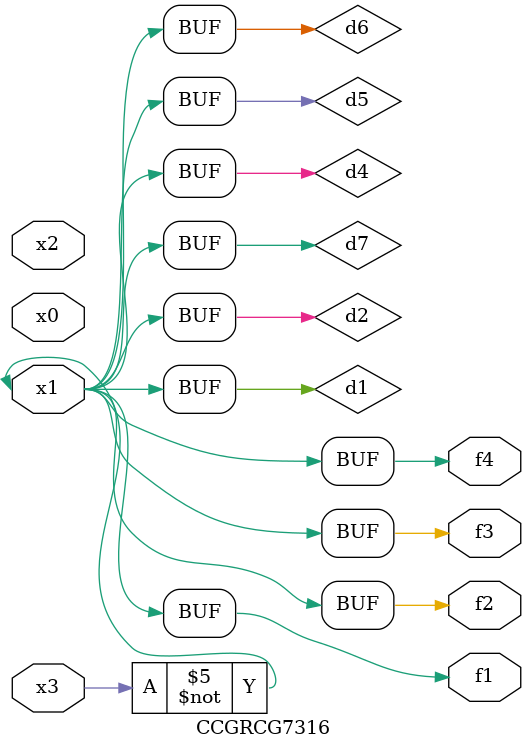
<source format=v>
module CCGRCG7316(
	input x0, x1, x2, x3,
	output f1, f2, f3, f4
);

	wire d1, d2, d3, d4, d5, d6, d7;

	not (d1, x3);
	buf (d2, x1);
	xnor (d3, d1, d2);
	nor (d4, d1);
	buf (d5, d1, d2);
	buf (d6, d4, d5);
	nand (d7, d4);
	assign f1 = d6;
	assign f2 = d7;
	assign f3 = d6;
	assign f4 = d6;
endmodule

</source>
